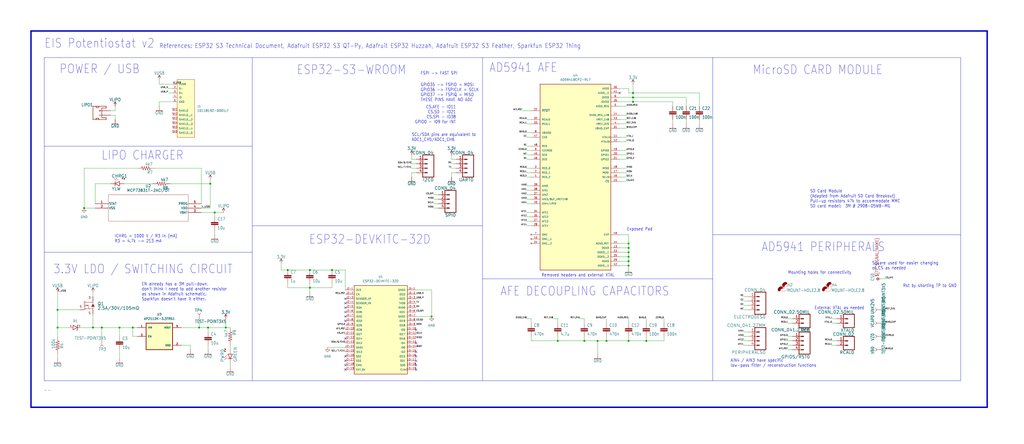
<source format=kicad_sch>
(kicad_sch (version 20250114) (generator "eeschema") (generator_version "9.0")
  (paper "User" 587.553 254.813)
  (text "MicroSD CARD MODULE" (at 431.8 43.18 0) (effects (font (size 5.08 4.318)) (justify left bottom)))
  (text "Rst by shorting TP to GND" (at 518.16 165.1 0) (effects (font (size 1.778 1.5113)) (justify left bottom)))
  (text "ESP32-S3-WROOM" (at 170.18 43.18 0) (effects (font (size 5.08 4.318)) (justify left bottom)))
  (text "EN already has a 3M pull-down,\ndon't think I need to add another resistor\nas shown in Adafruit schematic.\nSparkfun doesn't have it either." (at 81.28 172.72 0) (effects (font (size 1.778 1.5113)) (justify left bottom)))
  (text "AD5941 PERIPHERALS" (at 436.88 144.78 0) (effects (font (size 5.08 4.318)) (justify left bottom)))
  (text "ICHRG = 1000 V / R3 in (mA)\nR3 = 4.7k -> 213 mA" (at 65.786 139.446 0) (effects (font (size 1.778 1.5113)) (justify left bottom)))
  (text "AIN4 / AIN3 have specific\nlow-pass filter / reconstruction functions" (at 419.1 210.82 0) (effects (font (size 1.778 1.5113)) (justify left bottom)))
  (text "Mounting holes for connectivity" (at 452.12 157.48 0) (effects (font (size 1.778 1.5113)) (justify left bottom)))
  (text "CS.AFE - IO11\nCS.SD - IO21\nCS.SPI - IO38\nGPIO0 - I09 for INT" (at 261.62 71.12 0) (effects (font (size 1.778 1.5113)) (justify right bottom)))
  (text "AFE DECOUPLING CAPACITORS" (at 287.02 170.18 0) (effects (font (size 5.08 4.318)) (justify left bottom)))
  (text "POWER / USB" (at 34.036 42.672 0) (effects (font (size 5.08 4.318)) (justify left bottom)))
  (text "LIPO CHARGER" (at 58.166 92.202 0) (effects (font (size 5.08 4.318)) (justify left bottom)))
  (text "Exposed Pad" (at 359.664 132.588 0) (effects (font (size 1.778 1.5113)) (justify left bottom)))
  (text "SCL/SDA pins are equivalent to\nADC1_CH5/ADC1_CH6" (at 236.22 81.28 0) (effects (font (size 1.778 1.5113)) (justify left bottom)))
  (text "AD5941 AFE" (at 280.67 41.91 0) (effects (font (size 5.08 4.318)) (justify left bottom)))
  (text "\" \"" (at 25.4 226.06 0) (effects (font (size 1.778 1.5113)) (justify left bottom)))
  (text "Square used for easier changing\nof CS as needed" (at 500.38 154.94 0) (effects (font (size 1.778 1.5113)) (justify left bottom)))
  (text "3.3V LDO / SWITCHING CIRCUIT" (at 30.48 157.48 0) (effects (font (size 5.08 4.318)) (justify left bottom)))
  (text "References: ESP32 S3 Technical Document, Adafruit ESP32 S3 QT-Py, Adafruit ESP32 Huzzah, Adafruit ESP32 S3 Feather, Sparkfun ESP32 Thing" (at 91.44 27.94 0) (effects (font (size 2.54 2.159)) (justify left bottom)))
  (text "External XTAL as needed" (at 467.36 177.8 0) (effects (font (size 1.778 1.5113)) (justify left bottom)))
  (text "EIS Potentiostat v2" (at 25.4 27.94 0) (effects (font (size 5.08 4.318)) (justify left bottom)))
  (text "ESP32-DEVKITC-32D" (at 177.292 140.462 0) (effects (font (size 5.08 4.318)) (justify left bottom)))
  (text "SD Card Module\n(Adapted from Adafruit SD Card Breakout)\nPull-up resistors 47k to accommodate MMC\nSD card model:  3M # 2908-05WB-MG" (at 464.82 119.38 0) (effects (font (size 1.778 1.5113)) (justify left bottom)))
  (text "Removed headers and external XTAL" (at 310.642 159.004 0) (effects (font (size 1.778 1.5113)) (justify left bottom)))
  (text "GPIO35 -> FSPID = MOSI\nGPIO36 -> FSPICLK = SCLK\nGPIO37 -> FSPIQ = MISO\nTHESE PINS HAVE NO ADC" (at 241.3 58.42 0) (effects (font (size 1.778 1.5113)) (justify left bottom)))
  (text "FSPI -> FAST SPI" (at 241.3 43.18 0) (effects (font (size 1.778 1.5113)) (justify left bottom)))
  (junction (at 363.22 53.34))
  (junction (at 68.58 187.96))
  (junction (at 360.68 144.78))
  (junction (at 48.26 119.38))
  (junction (at 76.2 187.96))
  (junction (at 363.22 58.42))
  (junction (at 247.65 181.61))
  (junction (at 370.84 195.58))
  (junction (at 165.1 154.94))
  (junction (at 360.68 195.58))
  (junction (at 33.02 177.8))
  (junction (at 363.22 55.88))
  (junction (at 53.34 187.96))
  (junction (at 33.02 187.96))
  (junction (at 123.19 121.92))
  (junction (at 347.98 195.58))
  (junction (at 177.8 165.1))
  (junction (at 360.68 149.86))
  (junction (at 114.3 187.96))
  (junction (at 177.8 154.94))
  (junction (at 120.65 105.41))
  (junction (at 360.68 142.24))
  (junction (at 119.38 187.96))
  (junction (at 360.68 147.32))
  (junction (at 342.9 195.58))
  (junction (at 58.42 187.96))
  (junction (at 360.68 152.4))
  (junction (at 129.54 187.96))
  (junction (at 360.68 139.7))
  (junction (at 320.04 195.58))
  (junction (at 190.5 154.94))
  (junction (at 335.28 195.58))
  (no_connect (at 198.12 179.07))
  (no_connect (at 198.12 204.47))
  (no_connect (at 238.76 207.01))
  (no_connect (at 198.12 184.15))
  (no_connect (at 198.12 194.31))
  (no_connect (at 198.12 171.45))
  (no_connect (at 198.12 212.09))
  (no_connect (at 238.76 212.09))
  (no_connect (at 238.76 201.93))
  (no_connect (at 355.6 53.34))
  (no_connect (at 198.12 209.55))
  (no_connect (at 238.76 196.85))
  (no_connect (at 238.76 189.23))
  (no_connect (at 198.12 173.99))
  (no_connect (at 198.12 207.01))
  (no_connect (at 198.12 176.53))
  (no_connect (at 198.12 181.61))
  (no_connect (at 238.76 209.55))
  (no_connect (at 238.76 204.47))
  (wire (pts (xy 304.8 116.84) (xy 302.26 116.84)) (stroke (width 0.1524)))
  (wire (pts (xy 68.58 200.66) (xy 68.58 205.74)) (stroke (width 0.1524)))
  (wire (pts (xy 342.9 203.2) (xy 342.9 195.58)) (stroke (width 0.1524)))
  (polyline (pts (xy 17.78 17.78) (xy 566.42 17.78)) (stroke (width 0.8128) (type solid)))
  (polyline (pts (xy 408.94 33.02) (xy 408.94 134.62)) (stroke (width 0.1524) (type solid)))
  (wire (pts (xy 304.8 193.04) (xy 304.8 195.58)) (stroke (width 0.1524)))
  (wire (pts (xy 429.26 172.72) (xy 426.72 172.72)) (stroke (width 0.1524)))
  (wire (pts (xy 355.6 147.32) (xy 360.68 147.32)))
  (wire (pts (xy 429.26 170.18) (xy 426.72 170.18)) (stroke (width 0.1524)))
  (wire (pts (xy 320.04 195.58) (xy 320.04 193.04)) (stroke (width 0.1524)))
  (wire (pts (xy 259.08 91.44) (xy 259.08 88.9)) (stroke (width 0.1524)))
  (wire (pts (xy 161.29 151.13) (xy 161.29 154.94)))
  (wire (pts (xy 355.6 96.52) (xy 359.41 96.52)))
  (wire (pts (xy 58.42 187.96) (xy 58.42 195.58)) (stroke (width 0.1524)))
  (wire (pts (xy 304.8 76.2) (xy 302.26 76.2)) (stroke (width 0.1524)))
  (wire (pts (xy 45.72 187.96) (xy 53.34 187.96)) (stroke (width 0.1524)))
  (wire (pts (xy 480.06 195.58) (xy 477.52 195.58)) (stroke (width 0.1524)))
  (wire (pts (xy 63.5 63.5) (xy 66.04 63.5)) (stroke (width 0.1524)))
  (wire (pts (xy 251.46 114.3) (xy 248.92 114.3)) (stroke (width 0.1524)))
  (polyline (pts (xy 566.42 233.68) (xy 17.78 233.68)) (stroke (width 0.8128) (type solid)))
  (wire (pts (xy 54.61 105.41) (xy 63.5 105.41)))
  (wire (pts (xy 363.22 53.34) (xy 363.22 48.26)) (stroke (width 0.1524)))
  (wire (pts (xy 454.66 195.58) (xy 452.12 195.58)) (stroke (width 0.1524)))
  (polyline (pts (xy 408.94 218.44) (xy 276.86 218.44)) (stroke (width 0.1524) (type solid)))
  (wire (pts (xy 429.26 195.58) (xy 426.72 195.58)) (stroke (width 0.1524)))
  (wire (pts (xy 355.6 78.74) (xy 359.41 78.74)))
  (wire (pts (xy 355.6 134.62) (xy 360.68 134.62)) (stroke (width 0.1524)))
  (wire (pts (xy 132.08 198.12) (xy 132.08 200.66)) (stroke (width 0.1524)))
  (wire (pts (xy 251.46 116.84) (xy 248.92 116.84)) (stroke (width 0.1524)))
  (wire (pts (xy 393.7 68.58) (xy 393.7 71.12)) (stroke (width 0.1524)))
  (wire (pts (xy 304.8 96.52) (xy 302.26 96.52)) (stroke (width 0.1524)))
  (wire (pts (xy 454.66 200.66) (xy 452.12 200.66)) (stroke (width 0.1524)))
  (wire (pts (xy 355.6 104.14) (xy 359.41 104.14)))
  (wire (pts (xy 54.61 116.84) (xy 54.61 105.41)))
  (wire (pts (xy 119.38 198.12) (xy 119.38 200.66)) (stroke (width 0.1524)))
  (wire (pts (xy 304.8 63.5) (xy 299.72 63.5)) (stroke (width 0.1524)))
  (wire (pts (xy 53.34 187.96) (xy 58.42 187.96)) (stroke (width 0.1524)))
  (wire (pts (xy 238.76 93.98) (xy 236.22 93.98)) (stroke (width 0.1524)))
  (wire (pts (xy 401.32 68.58) (xy 401.32 71.12)) (stroke (width 0.1524)))
  (wire (pts (xy 370.84 185.42) (xy 370.84 182.88)) (stroke (width 0.1524)))
  (wire (pts (xy 33.02 177.8) (xy 33.02 187.96)) (stroke (width 0.1524)))
  (wire (pts (xy 238.76 166.37) (xy 247.65 166.37)))
  (wire (pts (xy 190.5 154.94) (xy 198.12 154.94)))
  (wire (pts (xy 381 195.58) (xy 381 193.04)) (stroke (width 0.1524)))
  (wire (pts (xy 304.8 68.58) (xy 302.26 68.58)) (stroke (width 0.1524)))
  (wire (pts (xy 99.06 48.26) (xy 91.44 48.26)) (stroke (width 0.1524)))
  (wire (pts (xy 120.65 119.38) (xy 115.57 119.38)))
  (polyline (pts (xy 276.86 33.02) (xy 276.86 129.54)) (stroke (width 0.1524) (type solid)))
  (wire (pts (xy 454.66 185.42) (xy 452.12 185.42)) (stroke (width 0.1524)))
  (wire (pts (xy 360.68 144.78) (xy 360.68 147.32)) (stroke (width 0.1524)))
  (wire (pts (xy 360.68 142.24) (xy 360.68 144.78)) (stroke (width 0.1524)))
  (wire (pts (xy 304.8 78.74) (xy 302.26 78.74)) (stroke (width 0.1524)))
  (polyline (pts (xy 276.86 129.54) (xy 276.86 160.02)) (stroke (width 0.1524) (type solid)))
  (wire (pts (xy 132.08 187.96) (xy 129.54 187.96)) (stroke (width 0.1524)))
  (wire (pts (xy 66.04 66.04) (xy 66.04 68.58)) (stroke (width 0.1524)))
  (polyline (pts (xy 144.78 129.54) (xy 144.78 144.78)) (stroke (width 0.1524) (type solid)))
  (polyline (pts (xy 551.18 134.62) (xy 551.18 218.44)) (stroke (width 0.1524) (type solid)))
  (polyline (pts (xy 144.78 33.02) (xy 276.86 33.02)) (stroke (width 0.1524) (type solid)))
  (wire (pts (xy 480.06 198.12) (xy 477.52 198.12)) (stroke (width 0.1524)))
  (wire (pts (xy 304.8 124.46) (xy 302.26 124.46)) (stroke (width 0.1524)))
  (wire (pts (xy 304.8 91.44) (xy 302.26 91.44)) (stroke (width 0.1524)))
  (wire (pts (xy 304.8 83.82) (xy 302.26 83.82)) (stroke (width 0.1524)))
  (wire (pts (xy 505.46 185.42) (xy 508 185.42)) (stroke (width 0.1524)))
  (wire (pts (xy 304.8 121.92) (xy 302.26 121.92)) (stroke (width 0.1524)))
  (wire (pts (xy 190.5 165.1) (xy 177.8 165.1)) (stroke (width 0.1524)))
  (wire (pts (xy 355.6 144.78) (xy 360.68 144.78)))
  (wire (pts (xy 360.68 152.4) (xy 360.68 153.67)) (stroke (width 0.1524)))
  (polyline (pts (xy 408.94 134.62) (xy 408.94 160.02)) (stroke (width 0.1524) (type solid)))
  (wire (pts (xy 115.57 96.52) (xy 115.57 116.84)))
  (wire (pts (xy 115.57 121.92) (xy 123.19 121.92)))
  (wire (pts (xy 355.6 81.28) (xy 359.41 81.28)))
  (wire (pts (xy 33.02 187.96) (xy 40.64 187.96)) (stroke (width 0.1524)))
  (wire (pts (xy 198.12 154.94) (xy 198.12 166.37)))
  (wire (pts (xy 454.66 193.04) (xy 452.12 193.04)) (stroke (width 0.1524)))
  (wire (pts (xy 177.8 162.56) (xy 177.8 165.1)) (stroke (width 0.1524)))
  (wire (pts (xy 480.06 182.88) (xy 477.52 182.88)) (stroke (width 0.1524)))
  (wire (pts (xy 360.68 147.32) (xy 360.68 149.86)) (stroke (width 0.1524)))
  (wire (pts (xy 123.19 121.92) (xy 128.27 121.92)) (stroke (width 0.1524)))
  (wire (pts (xy 119.38 187.96) (xy 119.38 190.5)) (stroke (width 0.1524)))
  (wire (pts (xy 129.54 187.96) (xy 129.54 182.88)) (stroke (width 0.1524)))
  (wire (pts (xy 505.46 177.8) (xy 508 177.8)) (stroke (width 0.1524)))
  (wire (pts (xy 53.34 167.64) (xy 53.34 170.18)) (stroke (width 0.1524)))
  (polyline (pts (xy 551.18 218.44) (xy 408.94 218.44)) (stroke (width 0.1524) (type solid)))
  (wire (pts (xy 335.28 195.58) (xy 335.28 193.04)) (stroke (width 0.1524)))
  (wire (pts (xy 304.8 99.06) (xy 302.26 99.06)) (stroke (width 0.1524)))
  (polyline (pts (xy 25.4 144.78) (xy 25.4 83.82)) (stroke (width 0.1524) (type solid)))
  (polyline (pts (xy 144.78 144.78) (xy 144.78 218.44)) (stroke (width 0.1524) (type solid)))
  (wire (pts (xy 355.6 139.7) (xy 360.68 139.7)) (stroke (width 0.1524)))
  (polyline (pts (xy 276.86 160.02) (xy 408.94 160.02)) (stroke (width 0.1524) (type solid)))
  (wire (pts (xy 114.3 187.96) (xy 119.38 187.96)) (stroke (width 0.1524)))
  (wire (pts (xy 320.04 185.42) (xy 320.04 182.88)) (stroke (width 0.1524)))
  (polyline (pts (xy 276.86 218.44) (xy 144.78 218.44)) (stroke (width 0.1524) (type solid)))
  (wire (pts (xy 109.22 198.12) (xy 109.22 200.66)) (stroke (width 0.1524)))
  (wire (pts (xy 304.8 101.6) (xy 302.26 101.6)) (stroke (width 0.1524)))
  (wire (pts (xy 68.58 193.04) (xy 68.58 187.96)) (stroke (width 0.1524)))
  (wire (pts (xy 401.32 53.34) (xy 401.32 60.96)) (stroke (width 0.1524)))
  (wire (pts (xy 165.1 154.94) (xy 177.8 154.94)))
  (wire (pts (xy 71.12 105.41) (xy 87.63 105.41)))
  (wire (pts (xy 355.6 58.42) (xy 363.22 58.42)))
  (wire (pts (xy 304.8 127) (xy 302.26 127)) (stroke (width 0.1524)))
  (wire (pts (xy 347.98 195.58) (xy 347.98 193.04)) (stroke (width 0.1524)))
  (wire (pts (xy 304.8 88.9) (xy 302.26 88.9)) (stroke (width 0.1524)))
  (polyline (pts (xy 144.78 83.82) (xy 144.78 129.54)) (stroke (width 0.1524) (type solid)))
  (wire (pts (xy 304.8 129.54) (xy 302.26 129.54)) (stroke (width 0.1524)))
  (polyline (pts (xy 276.86 33.02) (xy 408.94 33.02)) (stroke (width 0.1524) (type solid)))
  (wire (pts (xy 161.29 154.94) (xy 165.1 154.94)))
  (wire (pts (xy 251.46 119.38) (xy 248.92 119.38)) (stroke (width 0.1524)))
  (wire (pts (xy 261.62 93.98) (xy 259.08 93.98)) (stroke (width 0.1524)))
  (wire (pts (xy 454.66 198.12) (xy 452.12 198.12)) (stroke (width 0.1524)))
  (wire (pts (xy 78.74 96.52) (xy 48.26 96.52)))
  (wire (pts (xy 187.96 199.39) (xy 198.12 199.39)))
  (wire (pts (xy 370.84 195.58) (xy 360.68 195.58)) (stroke (width 0.1524)))
  (wire (pts (xy 355.6 99.06) (xy 359.41 99.06)))
  (wire (pts (xy 304.8 195.58) (xy 320.04 195.58)) (stroke (width 0.1524)))
  (wire (pts (xy 355.6 60.96) (xy 359.41 60.96)))
  (polyline (pts (xy 551.18 33.02) (xy 551.18 134.62)) (stroke (width 0.1524) (type solid)))
  (wire (pts (xy 68.58 187.96) (xy 76.2 187.96)) (stroke (width 0.1524)))
  (wire (pts (xy 304.8 109.22) (xy 302.26 109.22)) (stroke (width 0.1524)))
  (wire (pts (xy 386.08 60.96) (xy 386.08 58.42)) (stroke (width 0.1524)))
  (wire (pts (xy 53.34 180.34) (xy 53.34 187.96)) (stroke (width 0.1524)))
  (wire (pts (xy 363.22 58.42) (xy 363.22 55.88)) (stroke (width 0.1524)))
  (wire (pts (xy 104.14 198.12) (xy 109.22 198.12)) (stroke (width 0.1524)))
  (wire (pts (xy 33.02 203.2) (xy 33.02 205.74)) (stroke (width 0.1524)))
  (wire (pts (xy 66.04 63.5) (xy 66.04 60.96)) (stroke (width 0.1524)))
  (wire (pts (xy 360.68 193.04) (xy 360.68 195.58)) (stroke (width 0.1524)))
  (wire (pts (xy 58.42 187.96) (xy 68.58 187.96)) (stroke (width 0.1524)))
  (wire (pts (xy 355.6 68.58) (xy 359.41 68.58)))
  (wire (pts (xy 236.22 99.06) (xy 236.22 101.6)) (stroke (width 0.1524)))
  (wire (pts (xy 355.6 91.44) (xy 359.41 91.44)))
  (wire (pts (xy 363.22 55.88) (xy 393.7 55.88)) (stroke (width 0.1524)))
  (wire (pts (xy 355.6 55.88) (xy 363.22 55.88)))
  (wire (pts (xy 360.68 195.58) (xy 347.98 195.58)) (stroke (width 0.1524)))
  (wire (pts (xy 97.79 105.41) (xy 120.65 105.41)))
  (wire (pts (xy 238.76 181.61) (xy 247.65 181.61)))
  (polyline (pts (xy 25.4 83.82) (xy 25.4 33.02)) (stroke (width 0.1524) (type solid)))
  (wire (pts (xy 261.62 99.06) (xy 259.08 99.06)) (stroke (width 0.1524)))
  (wire (pts (xy 360.68 53.34) (xy 363.22 53.34)))
  (wire (pts (xy 304.8 185.42) (xy 304.8 182.88)) (stroke (width 0.1524)))
  (wire (pts (xy 304.8 106.68) (xy 302.26 106.68)) (stroke (width 0.1524)))
  (wire (pts (xy 99.06 53.34) (xy 96.52 53.34)) (stroke (width 0.1524)))
  (polyline (pts (xy 408.94 160.02) (xy 408.94 218.44)) (stroke (width 0.1524) (type solid)))
  (wire (pts (xy 355.6 50.8) (xy 360.68 50.8)))
  (polyline (pts (xy 276.86 218.44) (xy 276.86 160.02)) (stroke (width 0.1524) (type solid)))
  (wire (pts (xy 33.02 167.64) (xy 33.02 177.8)) (stroke (width 0.1524)))
  (polyline (pts (xy 25.4 218.44) (xy 25.4 144.78)) (stroke (width 0.1524) (type solid)))
  (wire (pts (xy 360.68 134.62) (xy 360.68 139.7)) (stroke (width 0.1524)))
  (wire (pts (xy 355.6 142.24) (xy 360.68 142.24)))
  (wire (pts (xy 177.8 165.1) (xy 165.1 165.1)) (stroke (width 0.1524)))
  (wire (pts (xy 360.68 185.42) (xy 360.68 182.88)) (stroke (width 0.1524)))
  (wire (pts (xy 342.9 195.58) (xy 347.98 195.58)) (stroke (width 0.1524)))
  (wire (pts (xy 335.28 182.88) (xy 332.74 182.88)) (stroke (width 0.1524)))
  (wire (pts (xy 360.68 139.7) (xy 360.68 142.24)) (stroke (width 0.1524)))
  (wire (pts (xy 261.62 91.44) (xy 259.08 91.44)) (stroke (width 0.1524)))
  (wire (pts (xy 335.28 185.42) (xy 335.28 182.88)) (stroke (width 0.1524)))
  (wire (pts (xy 261.62 96.52) (xy 259.08 96.52)) (stroke (width 0.1524)))
  (wire (pts (xy 99.06 58.42) (xy 91.44 58.42)) (stroke (width 0.1524)))
  (wire (pts (xy 91.44 48.26) (xy 91.44 45.72)) (stroke (width 0.1524)))
  (wire (pts (xy 238.76 96.52) (xy 236.22 96.52)) (stroke (width 0.1524)))
  (wire (pts (xy 76.2 193.04) (xy 76.2 187.96)) (stroke (width 0.1524)))
  (wire (pts (xy 429.26 177.8) (xy 426.72 177.8)) (stroke (width 0.1524)))
  (polyline (pts (xy 408.94 33.02) (xy 551.18 33.02)) (stroke (width 0.1524) (type solid)))
  (polyline (pts (xy 25.4 83.82) (xy 144.78 83.82)) (stroke (width 0.1524) (type solid)))
  (wire (pts (xy 363.22 53.34) (xy 401.32 53.34)) (stroke (width 0.1524)))
  (wire (pts (xy 429.26 193.04) (xy 426.72 193.04)) (stroke (width 0.1524)))
  (wire (pts (xy 355.6 86.36) (xy 359.41 86.36)))
  (wire (pts (xy 48.26 119.38) (xy 54.61 119.38)))
  (wire (pts (xy 355.6 101.6) (xy 359.41 101.6)))
  (wire (pts (xy 304.8 182.88) (xy 302.26 182.88)) (stroke (width 0.1524)))
  (wire (pts (xy 48.26 96.52) (xy 48.26 119.38)))
  (wire (pts (xy 505.46 160.02) (xy 508 160.02)) (stroke (width 0.1524)))
  (polyline (pts (xy 17.78 233.68) (xy 17.78 17.78)) (stroke (width 0.8128) (type solid)))
  (wire (pts (xy 177.8 154.94) (xy 190.5 154.94)))
  (wire (pts (xy 480.06 185.42) (xy 477.52 185.42)) (stroke (width 0.1524)))
  (wire (pts (xy 320.04 182.88) (xy 317.5 182.88)) (stroke (width 0.1524)))
  (wire (pts (xy 370.84 195.58) (xy 381 195.58)) (stroke (width 0.1524)))
  (wire (pts (xy 33.02 187.96) (xy 33.02 193.04)) (stroke (width 0.1524)))
  (wire (pts (xy 381 185.42) (xy 381 182.88)) (stroke (width 0.1524)))
  (wire (pts (xy 247.65 166.37) (xy 247.65 181.61)))
  (wire (pts (xy 429.26 198.12) (xy 426.72 198.12)) (stroke (width 0.1524)))
  (wire (pts (xy 429.26 190.5) (xy 426.72 190.5)) (stroke (width 0.1524)))
  (wire (pts (xy 119.38 187.96) (xy 129.54 187.96)) (stroke (width 0.1524)))
  (wire (pts (xy 355.6 66.04) (xy 359.41 66.04)))
  (wire (pts (xy 320.04 195.58) (xy 335.28 195.58)) (stroke (width 0.1524)))
  (wire (pts (xy 236.22 91.44) (xy 236.22 88.9)) (stroke (width 0.1524)))
  (wire (pts (xy 304.8 111.76) (xy 302.26 111.76)) (stroke (width 0.1524)))
  (polyline (pts (xy 144.78 33.02) (xy 144.78 83.82)) (stroke (width 0.1524) (type solid)))
  (wire (pts (xy 304.8 86.36) (xy 302.26 86.36)) (stroke (width 0.1524)))
  (wire (pts (xy 88.9 96.52) (xy 115.57 96.52)))
  (wire (pts (xy 190.5 162.56) (xy 190.5 165.1)) (stroke (width 0.1524)))
  (wire (pts (xy 393.7 55.88) (xy 393.7 60.96)) (stroke (width 0.1524)))
  (polyline (pts (xy 144.78 129.54) (xy 276.86 129.54)) (stroke (width 0.1524) (type solid)))
  (wire (pts (xy 114.3 187.96) (xy 114.3 182.88)) (stroke (width 0.1524)))
  (polyline (pts (xy 144.78 218.44) (xy 25.4 218.44)) (stroke (width 0.1524) (type solid)))
  (wire (pts (xy 363.22 55.88) (xy 363.22 53.34)) (stroke (width 0.1524)))
  (wire (pts (xy 132.08 208.28) (xy 132.08 210.82)) (stroke (width 0.1524)))
  (wire (pts (xy 355.6 71.12) (xy 359.41 71.12)))
  (wire (pts (xy 355.6 149.86) (xy 360.68 149.86)))
  (wire (pts (xy 123.19 132.08) (xy 123.19 134.62)) (stroke (width 0.1524)))
  (wire (pts (xy 104.14 187.96) (xy 114.3 187.96)) (stroke (width 0.1524)))
  (wire (pts (xy 33.02 177.8) (xy 45.72 177.8)) (stroke (width 0.1524)))
  (wire (pts (xy 120.65 105.41) (xy 120.65 119.38)))
  (wire (pts (xy 454.66 182.88) (xy 452.12 182.88)) (stroke (width 0.1524)))
  (wire (pts (xy 165.1 162.56) (xy 165.1 165.1)) (stroke (width 0.1524)))
  (wire (pts (xy 76.2 187.96) (xy 78.74 187.96)) (stroke (width 0.1524)))
  (wire (pts (xy 123.19 124.46) (xy 123.19 121.92)) (stroke (width 0.1524)))
  (wire (pts (xy 347.98 185.42) (xy 347.98 182.88)) (stroke (width 0.1524)))
  (wire (pts (xy 335.28 195.58) (xy 342.9 195.58)) (stroke (width 0.1524)))
  (wire (pts (xy 304.8 71.12) (xy 302.26 71.12)) (stroke (width 0.1524)))
  (wire (pts (xy 238.76 91.44) (xy 236.22 91.44)) (stroke (width 0.1524)))
  (wire (pts (xy 429.26 175.26) (xy 426.72 175.26)) (stroke (width 0.1524)))
  (wire (pts (xy 238.76 99.06) (xy 236.22 99.06)) (stroke (width 0.1524)))
  (wire (pts (xy 259.08 99.06) (xy 259.08 101.6)) (stroke (width 0.1524)))
  (wire (pts (xy 360.68 149.86) (xy 360.68 152.4)) (stroke (width 0.1524)))
  (wire (pts (xy 177.8 165.1) (xy 177.8 167.64)) (stroke (width 0.1524)))
  (wire (pts (xy 251.46 111.76) (xy 248.92 111.76)) (stroke (width 0.1524)))
  (wire (pts (xy 63.5 66.04) (xy 66.04 66.04)) (stroke (width 0.1524)))
  (polyline (pts (xy 144.78 144.78) (xy 25.4 144.78)) (stroke (width 0.1524) (type solid)))
  (wire (pts (xy 386.08 71.12) (xy 386.08 68.58)) (stroke (width 0.1524)))
  (wire (pts (xy 304.8 114.3) (xy 302.26 114.3)) (stroke (width 0.1524)))
  (polyline (pts (xy 551.18 134.62) (xy 408.94 134.62)) (stroke (width 0.1524) (type solid)))
  (wire (pts (xy 355.6 88.9) (xy 359.41 88.9)))
  (wire (pts (xy 505.46 200.66) (xy 508 200.66)) (stroke (width 0.1524)))
  (wire (pts (xy 355.6 152.4) (xy 360.68 152.4)))
  (wire (pts (xy 370.84 193.04) (xy 370.84 195.58)) (stroke (width 0.1524)))
  (wire (pts (xy 76.2 193.04) (xy 78.74 193.04)) (stroke (width 0.1524)))
  (wire (pts (xy 363.22 58.42) (xy 386.08 58.42)) (stroke (width 0.1524)))
  (wire (pts (xy 120.65 102.87) (xy 120.65 105.41)))
  (wire (pts (xy 360.68 50.8) (xy 360.68 53.34)))
  (polyline (pts (xy 566.42 17.78) (xy 566.42 233.68)) (stroke (width 0.8128) (type solid)))
  (wire (pts (xy 91.44 58.42) (xy 91.44 60.96)) (stroke (width 0.1524)))
  (polyline (pts (xy 25.4 33.02) (xy 144.78 33.02)) (stroke (width 0.1524) (type solid)))
  (wire (pts (xy 505.46 193.04) (xy 508 193.04)) (stroke (width 0.1524)))
  (wire (pts (xy 99.06 50.8) (xy 96.52 50.8)) (stroke (width 0.1524)))
  (wire (pts (xy 355.6 73.66) (xy 359.41 73.66)))
  (label "GPIO.2" (at 359.41 91.44 0) (effects (font (size 0.889 0.889))))
  (label "AIN4" (at 426.72 190.5 180) (effects (font (size 0.889 0.889))))
  (label "DVDD.1V8" (at 359.41 66.04 0) (effects (font (size 0.889 0.889))))
  (label "CS.AFE" (at 359.41 104.14 0) (effects (font (size 0.889 0.889))))
  (label "AFE.RST" (at 198.12 189.23 180) (effects (font (size 0.889 0.889))))
  (label "SCLK" (at 248.92 116.84 180) (effects (font (size 0.889 0.889))))
  (label "RC0.1" (at 452.12 185.42 180) (effects (font (size 0.889 0.889))))
  (label "SCLK" (at 359.41 101.6 0) (effects (font (size 0.889 0.889))))
  (label "AFE2" (at 302.26 124.46 180) (effects (font (size 0.889 0.889))))
  (label "REF.2V5" (at 508 177.8 0) (effects (font (size 0.889 0.889))))
  (label "CS.AFE" (at 198.12 191.77 180) (effects (font (size 0.889 0.889))))
  (label "AVDD.REG" (at 359.41 60.96 0) (effects (font (size 0.889 0.889))))
  (label "RC0.0" (at 302.26 96.52 180) (effects (font (size 0.889 0.889))))
  (label "DE" (at 302.26 91.44 180) (effects (font (size 0.889 0.889))))
  (label "V_USB" (at 33.02 167.64 0) (effects (font (size 1.016 1.016))))
  (label "GPIO.0" (at 359.41 86.36 0) (effects (font (size 0.889 0.889))))
  (label "GPIO.0" (at 198.12 186.69 180) (effects (font (size 0.889 0.889))))
  (label "XTAL.O" (at 359.41 81.28 0) (effects (font (size 0.889 0.889))))
  (label "AFE4" (at 302.26 129.54 180) (effects (font (size 0.889 0.889))))
  (label "REF.1V8" (at 317.5 182.88 180) (effects (font (size 0.889 0.889))))
  (label "RCAL0" (at 477.52 195.58 180) (effects (font (size 0.889 0.889))))
  (label "XTAL.O" (at 477.52 185.42 180) (effects (font (size 0.889 0.889))))
  (label "RE" (at 302.26 83.82 180) (effects (font (size 0.889 0.889))))
  (label "AFE1" (at 426.72 198.12 180) (effects (font (size 0.889 0.889))))
  (label "USB_N" (at 238.76 168.91 0) (effects (font (size 0.889 0.889))))
  (label "BOOT" (at 238.76 199.39 0) (effects (font (size 0.889 0.889))))
  (label "GPIO.2" (at 452.12 198.12 180) (effects (font (size 0.889 0.889))))
  (label "SCLK" (at 238.76 191.77 0) (effects (font (size 0.889 0.889))))
  (label "MCU.RST" (at 198.12 168.91 180) (effects (font (size 0.889 0.889))))
  (label "BIAS.CAP" (at 347.98 182.88 180) (effects (font (size 0.889 0.889))))
  (label "GPIO.1" (at 452.12 195.58 180) (effects (font (size 0.889 0.889))))
  (label "AFE2" (at 426.72 195.58 180) (effects (font (size 0.889 0.889))))
  (label "AIN3" (at 426.72 193.04 180) (effects (font (size 0.889 0.889))))
  (label "AIN2" (at 302.26 111.76 180) (effects (font (size 0.889 0.889))))
  (label "CE" (at 302.26 78.74 180) (effects (font (size 0.889 0.889))))
  (label "SCL/7/CH1" (at 236.22 96.52 180) (effects (font (size 0.889 0.889))))
  (label "AFE3" (at 302.26 127 180) (effects (font (size 0.889 0.889))))
  (label "CS.SPI" (at 238.76 179.07 0) (effects (font (size 0.889 0.889))))
  (label "XTAL.I" (at 477.52 182.88 180) (effects (font (size 0.889 0.889))))
  (label "REF.1V8" (at 359.41 68.58 0) (effects (font (size 0.889 0.889))))
  (label "TX" (at 259.08 96.52 180) (effects (font (size 0.889 0.889))))
  (label "CE" (at 426.72 172.72 180) (effects (font (size 0.889 0.889))))
  (label "AIN0" (at 302.26 106.68 180) (effects (font (size 0.889 0.889))))
  (label "RE" (at 426.72 170.18 180) (effects (font (size 0.889 0.889))))
  (label "SCL/7/CH1" (at 198.12 201.93 180) (effects (font (size 0.889 0.889))))
  (label "RC0.2" (at 302.26 101.6 180) (effects (font (size 0.889 0.889))))
  (label "REF.2V5" (at 332.74 182.88 180) (effects (font (size 0.889 0.889))))
  (label "ZERO.0" (at 508 193.04 0) (effects (font (size 0.889 0.889))))
  (label "MOSI" (at 248.92 119.38 180) (effects (font (size 0.889 0.889))))
  (label "V_USB" (at 99.06 48.26 0) (effects (font (size 1.016 1.016))))
  (label "BIAS.CAP" (at 359.41 73.66 0) (effects (font (size 0.889 0.889))))
  (label "AIN1" (at 302.26 109.22 180) (effects (font (size 0.889 0.889))))
  (label "AIN4" (at 302.26 116.84 180) (effects (font (size 0.889 0.889))))
  (label "TX" (at 238.76 173.99 0) (effects (font (size 0.889 0.889))))
  (label "RX" (at 259.08 93.98 180) (effects (font (size 0.889 0.889))))
  (label "BIAS.0" (at 302.26 76.2 180) (effects (font (size 0.889 0.889))))
  (label "AFE.RST" (at 452.12 200.66 180) (effects (font (size 0.889 0.889))))
  (label "MOSI" (at 359.41 99.06 0) (effects (font (size 0.889 0.889))))
  (label "AFE.RST" (at 299.72 63.5 180) (effects (font (size 0.889 0.889))))
  (label "WE" (at 426.72 177.8 180) (effects (font (size 0.889 0.889))))
  (label "RCAL0" (at 302.26 68.58 180) (effects (font (size 0.889 0.889))))
  (label "MISO" (at 238.76 194.31 0) (effects (font (size 0.889 0.889))))
  (label "RCAL1" (at 477.52 198.12 180) (effects (font (size 0.889 0.889))))
  (label "SDA/6/CH0" (at 198.12 196.85 180) (effects (font (size 0.889 0.889))))
  (label "DVDD.1V8" (at 302.26 182.88 180) (effects (font (size 0.889 0.889))))
  (label "CS.SD" (at 238.76 184.15 0) (effects (font (size 0.889 0.889))))
  (label "SDA/6/CH0" (at 236.22 93.98 180) (effects (font (size 0.889 0.889))))
  (label "AIN3" (at 302.26 114.3 180) (effects (font (size 0.889 0.889))))
  (label "REF.2V5" (at 359.41 71.12 0) (effects (font (size 0.889 0.889))))
  (label "BIAS.0" (at 370.84 182.88 180) (effects (font (size 0.889 0.889))))
  (label "XTAL.I" (at 359.41 78.74 0) (effects (font (size 0.889 0.889))))
  (label "BIAS.0" (at 508 200.66 0) (effects (font (size 0.889 0.889))))
  (label "AFE1" (at 302.26 121.92 180) (effects (font (size 0.889 0.889))))
  (label "GPIO.0" (at 452.12 193.04 180) (effects (font (size 0.889 0.889))))
  (label "DE" (at 426.72 175.26 180) (effects (font (size 0.889 0.889))))
  (label "BIAS.CAP" (at 508 185.42 0) (effects (font (size 0.889 0.889))))
  (label "ZERO.0" (at 302.26 86.36 180) (effects (font (size 0.889 0.889))))
  (label "CS.AFE" (at 508 160.02 0) (effects (font (size 0.889 0.889))))
  (label "USB_P" (at 96.52 53.34 180) (effects (font (size 0.889 0.889))))
  (label "USB_N" (at 96.52 50.8 180) (effects (font (size 0.889 0.889))))
  (label "CS.SPI" (at 248.92 111.76 180) (effects (font (size 0.889 0.889))))
  (label "MOSI" (at 238.76 186.69 0) (effects (font (size 0.889 0.889))))
  (label "ZERO.0" (at 381 182.88 180) (effects (font (size 0.889 0.889))))
  (label "MISO" (at 248.92 114.3 180) (effects (font (size 0.889 0.889))))
  (label "WE" (at 302.26 88.9 180) (effects (font (size 0.889 0.889))))
  (label "RX" (at 238.76 176.53 0) (effects (font (size 0.889 0.889))))
  (label "AVDD.REG" (at 360.68 182.88 180) (effects (font (size 0.889 0.889))))
  (label "RC0.0" (at 452.12 182.88 180) (effects (font (size 0.889 0.889))))
  (label "RC0.1" (at 302.26 99.06 180) (effects (font (size 0.889 0.889))))
  (label "V_USB" (at 115.57 119.38 0) (effects (font (size 1.016 1.016))))
  (label "GPIO.1" (at 359.41 88.9 0) (effects (font (size 0.889 0.889))))
  (label "MISO" (at 359.41 96.52 0) (effects (font (size 0.889 0.889))))
  (label "RCAL1" (at 302.26 71.12 180) (effects (font (size 0.889 0.889))))
  (label "USB_P" (at 238.76 171.45 0) (effects (font (size 0.889 0.889))))
  (symbol (lib_id "10118192-0001LF:10118192-0001LF") (at 106.68 55.88 0) (unit 1)
    (property "Reference" "J1" (at 113.03 60.9599 0) (effects (justify left)))
    (property "Value" "10118192-0001LF" (at 113.03 63.4999 0) (effects (justify left)))
    (property "Footprint" "10118192_0001LF:AMPHENOL_10118192-0001LF" (effects (hide yes)))
    (property "Part Number" "10118192-0001LF" (effects (hide yes)))
    (property "PARTREV" "B" (effects (hide yes)))
    (property "STANDARD" "Manufacturer Recommendation" (effects (hide yes)))
    (property "MANUFACTURER" "Amphenol" (effects (hide yes)))
  )
  (symbol (lib_id "HELPStat_V2-eagle-import:CAPACITOR0402") (at 177.8 160.02 0) (unit 1)
    (property "Reference" "C6" (at 179.324 157.099 0) (effects (font (size 1.778 1.5113)) (justify left bottom)))
    (property "Value" "10u" (at 179.324 162.179 0) (effects (font (size 1.778 1.5113)) (justify left bottom)))
    (property "Footprint" "Capacitor_SMD:C_0402_1005Metric" (effects (hide yes)))
    (property "Part Number" "0402W106M6R3HI" (effects (hide yes)))
  )
  (symbol (lib_id "HELPStat_V2-eagle-import:RESISTOR0402") (at 83.82 96.52 180) (unit 1)
    (property "Reference" "R7" (at 87.63 98.0186 0) (effects (font (size 1.778 1.5113)) (justify left bottom)))
    (property "Value" "4k7" (at 87.63 93.218 0) (effects (font (size 1.778 1.5113)) (justify left bottom)))
    (property "Footprint" "Resistor_SMD:R_0402_1005Metric" (effects (hide yes)))
    (property "Part Number" "RC0402JR-074K7L" (effects (hide yes)))
  )
  (symbol (lib_id "HELPStat_V2-eagle-import:3.3V") (at 236.22 88.9 0) (unit 1)
    (property "Reference" "#SUPPLY15" (effects (hide yes)))
    (property "Value" "3.3V" (at 236.22 86.106 0) (effects (font (size 1.778 1.5113)) (justify bottom)))
  )
  (symbol (lib_id "HELPStat_V2-eagle-import:TEST-POINT3X5") (at 114.3 182.88 0) (unit 1)
    (property "Reference" "TP4" (at 111.76 179.07 0) (effects (font (size 1.778 1.5113)) (justify left bottom)))
    (property "Value" "TEST-POINT3X5" (at 111.76 185.42 0) (effects (font (size 1.778 1.5113)) (justify left bottom)))
    (property "Footprint" "HELPStat_V2:PAD.03X.05" (effects (hide yes)))
  )
  (symbol (lib_id "HELPStat_V2-eagle-import:GND") (at 119.38 203.2 0) (unit 1)
    (property "Reference" "#GND11" (effects (hide yes)))
    (property "Value" "GND" (at 119.38 203.454 0) (effects (font (size 1.778 1.5113)) (justify top)))
  )
  (symbol (lib_id "HELPStat_V2-eagle-import:CAPACITOR0402") (at 304.8 190.5 0) (unit 1)
    (property "Reference" "C8" (at 306.324 187.579 0) (effects (font (size 1.778 1.5113)) (justify left bottom)))
    (property "Value" "470n" (at 306.324 192.659 0) (effects (font (size 1.778 1.5113)) (justify left bottom)))
    (property "Footprint" "Capacitor_SMD:C_0402_1005Metric" (effects (hide yes)))
    (property "Part Number" "C0402C474K9PACTU" (effects (hide yes)))
  )
  (symbol (lib_id "HELPStat_V2-eagle-import:CONN_02.50MIL") (at 487.68 182.88 180) (unit 1)
    (property "Reference" "XTAL0" (at 490.22 188.468 0) (effects (font (size 1.778 1.778)) (justify left bottom)))
    (property "Value" "CONN_02.50MIL" (at 490.22 178.054 0) (effects (font (size 1.778 1.778)) (justify left bottom)))
    (property "Footprint" "HELPStat_V2:1X02_1.27MM" (effects (hide yes)))
  )
  (symbol (lib_id "HELPStat_V2-eagle-import:CAPACITOR0402") (at 119.38 195.58 0) (unit 1)
    (property "Reference" "C4" (at 120.904 192.659 0) (effects (font (size 1.778 1.5113)) (justify left bottom)))
    (property "Value" "10u" (at 120.904 197.739 0) (effects (font (size 1.778 1.5113)) (justify left bottom)))
    (property "Footprint" "Capacitor_SMD:C_0402_1005Metric" (effects (hide yes)))
    (property "Part Number" "0402W106M6R3HI" (effects (hide yes)))
  )
  (symbol (lib_id "HELPStat_V2-eagle-import:CAPACITOR0402") (at 370.84 190.5 0) (unit 1)
    (property "Reference" "C19" (at 372.364 187.579 0) (effects (font (size 1.778 1.5113)) (justify left bottom)))
    (property "Value" "100n" (at 372.364 192.659 0) (effects (font (size 1.778 1.5113)) (justify left bottom)))
    (property "Footprint" "Capacitor_SMD:C_0402_1005Metric" (effects (hide yes)))
    (property "Part Number" "CL05B104KP5NNNC" (effects (hide yes)))
  )
  (symbol (lib_id "HELPStat_V2-eagle-import:MOUNT-HOLE2.8") (at 449.58 165.1 0) (unit 1)
    (property "Reference" "H2" (at 451.612 164.5158 0) (effects (font (size 1.778 1.5113)) (justify left bottom)))
    (property "Value" "MOUNT-HOLE2.8" (at 451.612 167.5638 0) (effects (font (size 1.778 1.5113)) (justify left bottom)))
    (property "Footprint" "HELPStat_V2:2,8" (effects (hide yes)))
  )
  (symbol (lib_id "HELPStat_V2-eagle-import:3.3V") (at 259.08 88.9 0) (unit 1)
    (property "Reference" "#SUPPLY17" (effects (hide yes)))
    (property "Value" "3.3V" (at 259.08 86.106 0) (effects (font (size 1.778 1.5113)) (justify bottom)))
  )
  (symbol (lib_id "HELPStat_V2-eagle-import:TEST-POINT3X5") (at 505.46 200.66 90) (unit 1)
    (property "Reference" "VB0" (at 501.65 203.2 0) (effects (font (size 1.778 1.5113)) (justify left bottom)))
    (property "Value" "TEST-POINT3X5" (at 508 203.2 0) (effects (font (size 1.778 1.5113)) (justify left bottom)))
    (property "Footprint" "HELPStat_V2:PAD.03X.05" (effects (hide yes)))
  )
  (symbol (lib_id "HELPStat_V2-eagle-import:RESISTOR0603") (at 33.02 198.12 270) (unit 1)
    (property "Reference" "R4" (at 34.5186 196.85 0) (effects (font (size 1.778 1.5113)) (justify left bottom)))
    (property "Value" "100k" (at 29.718 194.31 0) (effects (font (size 1.778 1.5113)) (justify left bottom)))
    (property "Footprint" "Resistor_SMD:R_0603_1608Metric" (effects (hide yes)))
    (property "Part Number" "RR0816P-104-D" (effects (hide yes)))
  )
  (symbol (lib_id "HELPStat_V2-eagle-import:LED0603") (at 68.58 105.41 270) (unit 1)
    (property "Reference" "CHRG1" (at 64.008 101.981 90) (effects (font (size 1.778 1.778)) (justify left bottom)))
    (property "Value" "YLW" (at 64.008 107.315 90) (effects (font (size 1.778 1.778)) (justify left top)))
    (property "Footprint" "HELPStat_V2:LED-0603" (effects (hide yes)))
  )
  (symbol (lib_id "HELPStat_V2-eagle-import:GND") (at 132.08 213.36 0) (unit 1)
    (property "Reference" "#GND12" (effects (hide yes)))
    (property "Value" "GND" (at 132.08 213.614 0) (effects (font (size 1.778 1.5113)) (justify top)))
  )
  (symbol (lib_id "HELPStat_V2-eagle-import:VUSB") (at 91.44 45.72 0) (unit 1)
    (property "Reference" "#SUPPLY1" (effects (hide yes)))
    (property "Value" "VUSB" (at 91.44 42.926 0) (effects (font (size 1.778 1.5113)) (justify bottom)))
  )
  (symbol (lib_id "HELPStat_V2-eagle-import:TEST-POINT3X5") (at 58.42 195.58 180) (unit 1)
    (property "Reference" "TP3" (at 60.96 199.39 0) (effects (font (size 1.778 1.5113)) (justify left bottom)))
    (property "Value" "TEST-POINT3X5" (at 60.96 193.04 0) (effects (font (size 1.778 1.5113)) (justify left bottom)))
    (property "Footprint" "HELPStat_V2:PAD.03X.05" (effects (hide yes)))
  )
  (symbol (lib_id "HELPStat_V2-eagle-import:VUSB") (at 120.65 102.87 0) (unit 1)
    (property "Reference" "#SUPPLY013" (effects (hide yes)))
    (property "Value" "VUSB" (at 120.65 100.076 0) (effects (font (size 1.778 1.5113)) (justify bottom)))
  )
  (symbol (lib_id "MCP73831T_2ACI_OT:MCP73831T-2ACI_OT") (at 54.61 116.84 0) (unit 1)
    (property "Reference" "U2" (at 85.09 106.68 0) (effects (font (size 1.524 1.524))))
    (property "Value" "MCP73831T-2ACI/OT" (at 85.09 109.22 0) (effects (font (size 1.524 1.524))))
    (property "Footprint" "MCP73831T_2ACI_OT:SOT-23-5_MC_MCH" (effects (hide yes)))
    (property "Datasheet" "MCP73831T-2ACI/OT" (effects (hide yes)))
    (property "Part Number" "MCP73831T-2ACI/OT" (effects (hide yes)))
  )
  (symbol (lib_id "ESP32-DEVKITC-32D:ESP32-DEVKITC-32D") (at 218.44 189.23 0) (unit 1)
    (property "Reference" "U1" (at 218.44 158.75 0))
    (property "Value" "ESP32-DEVKITC-32D" (at 218.44 161.29 0))
    (property "Footprint" "ESP32-DEVKITC-32D:MODULE_ESP32-DEVKITC-32D" (effects (hide yes)))
    (property "Part Number" "ESP32-DEVKITC-32D" (effects (hide yes)))
    (property "DigiKey_Part_Number" "1965-1000-ND" (effects (hide yes)))
    (property "SnapEDA_Link" "https://www.snapeda.com/parts/ESP32-DEVKITC-32D/Espressif+Systems/view-part/?ref=snap" (effects (hide yes)))
    (property "MAXIMUM_PACKAGE_HEIGHT" "N/A" (effects (hide yes)))
    (property "Package" "None" (effects (hide yes)))
    (property "Check_prices" "https://www.snapeda.com/parts/ESP32-DEVKITC-32D/Espressif+Systems/view-part/?ref=eda" (effects (hide yes)))
    (property "STANDARD" "Manufacturer Recommendations" (effects (hide yes)))
    (property "PARTREV" "V4" (effects (hide yes)))
    (property "MF" "Espressif Systems" (effects (hide yes)))
    (property "MP" "ESP32-DEVKITC-32D" (effects (hide yes)))
    (property "Description_1" "WiFi Development Tools (802.11) ESP32 General Development Kit, ESP32-WROOM-32D on the board" (effects (hide yes)))
    (property "MANUFACTURER" "Espressif Systems" (effects (hide yes)))
    (property "SNAPEDA_PN" "ESP32-DEVKITC-32D" (effects (hide yes)))
  )
  (symbol (lib_id "power:GND") (at 48.26 119.38 0) (unit 1)
    (property "Reference" "#PWR03" (effects (hide yes)))
    (property "Value" "GND" (at 48.26 124.46 0))
    (property "Description" "Power symbol creates a global label with name \"GND\" , ground" (effects (hide yes)))
  )
  (symbol (lib_id "HELPStat_V2-eagle-import:GND") (at 68.58 208.28 0) (unit 1)
    (property "Reference" "#GND9" (effects (hide yes)))
    (property "Value" "GND" (at 68.58 208.534 0) (effects (font (size 1.778 1.5113)) (justify top)))
  )
  (symbol (lib_id "HELPStat_V2-eagle-import:GND") (at 259.08 104.14 0) (unit 1)
    (property "Reference" "#GND25" (effects (hide yes)))
    (property "Value" "GND" (at 259.08 104.394 0) (effects (font (size 1.778 1.5113)) (justify top)))
  )
  (symbol (lib_id "HELPStat_V2-eagle-import:CAPACITOR0402") (at 165.1 160.02 0) (unit 1)
    (property "Reference" "C7" (at 166.624 157.099 0) (effects (font (size 1.778 1.5113)) (justify left bottom)))
    (property "Value" "1u" (at 166.624 162.179 0) (effects (font (size 1.778 1.5113)) (justify left bottom)))
    (property "Footprint" "Capacitor_SMD:C_0402_1005Metric" (effects (hide yes)))
    (property "Part Number" "JMK105BJ105KV-F" (effects (hide yes)))
  )
  (symbol (lib_id "HELPStat_V2-eagle-import:CONN_04") (at 256.54 114.3 180) (unit 1)
    (property "Reference" "SPI0" (at 261.62 122.428 0) (effects (font (size 1.778 1.778)) (justify left bottom)))
    (property "Value" "CONN_04" (at 261.62 106.934 0) (effects (font (size 1.778 1.778)) (justify left bottom)))
    (property "Footprint" "HELPStat_V2:1X04" (effects (hide yes)))
  )
  (symbol (lib_id "HELPStat_V2-eagle-import:CONN_04") (at 243.84 93.98 180) (unit 1)
    (property "Reference" "I2C0" (at 248.92 102.108 0) (effects (font (size 1.778 1.778)) (justify left bottom)))
    (property "Value" "CONN_04" (at 248.92 86.614 0) (effects (font (size 1.778 1.778)) (justify left bottom)))
    (property "Footprint" "HELPStat_V2:1X04" (effects (hide yes)))
  )
  (symbol (lib_id "AD5941BCPZ_RL7:AD5941BCPZ-RL7") (at 330.2 96.52 0) (unit 1)
    (property "Reference" "U4" (at 330.2 43.18 0))
    (property "Value" "AD5941BCPZ-RL7" (at 330.2 45.72 0))
    (property "Footprint" "AD5941BCPZ_RL7:QFN50P700X700X80-49N" (effects (hide yes)))
    (property "Part Number" "AD5941BCPZ-RL7" (effects (hide yes)))
    (property "PARTREV" "B" (effects (hide yes)))
    (property "STANDARD" "IPC-7351B" (effects (hide yes)))
    (property "MAXIMUM_PACKAGE_HEIGHT" "0.80mm" (effects (hide yes)))
    (property "MANUFACTURER" "Analog Devices" (effects (hide yes)))
  )
  (symbol (lib_id "HELPStat_V2-eagle-import:CAPACITOR0402") (at 360.68 190.5 0) (unit 1)
    (property "Reference" "C12" (at 362.204 187.579 0) (effects (font (size 1.778 1.5113)) (justify left bottom)))
    (property "Value" "470n" (at 362.204 192.659 0) (effects (font (size 1.778 1.5113)) (justify left bottom)))
    (property "Footprint" "Capacitor_SMD:C_0402_1005Metric" (effects (hide yes)))
    (property "Part Number" "C0402C474K9PACTU" (effects (hide yes)))
  )
  (symbol (lib_id "HELPStat_V2-eagle-import:GND") (at 236.22 104.14 0) (unit 1)
    (property "Reference" "#GND23" (effects (hide yes)))
    (property "Value" "GND" (at 236.22 104.394 0) (effects (font (size 1.778 1.5113)) (justify top)))
  )
  (symbol (lib_id "HELPStat_V2-eagle-import:GND") (at 91.44 63.5 0) (unit 1)
    (property "Reference" "#GND1" (effects (hide yes)))
    (property "Value" "GND" (at 91.44 63.754 0) (effects (font (size 1.778 1.5113)) (justify top)))
  )
  (symbol (lib_id "HELPStat_V2-eagle-import:CONN_04") (at 434.34 172.72 180) (unit 1)
    (property "Reference" "ELECTRODES0" (at 439.42 180.848 0) (effects (font (size 1.778 1.778)) (justify left bottom)))
    (property "Value" "CONN_04" (at 439.42 165.354 0) (effects (font (size 1.778 1.778)) (justify left bottom)))
    (property "Footprint" "HELPStat_V2:1X04" (effects (hide yes)))
  )
  (symbol (lib_id "HELPStat_V2-eagle-import:CONN_041.27MM") (at 459.74 195.58 180) (unit 1)
    (property "Reference" "GPIOS/RST0" (at 464.82 203.708 0) (effects (font (size 1.778 1.778)) (justify left bottom)))
    (property "Value" "CONN_041.27MM" (at 464.82 188.214 0) (effects (font (size 1.778 1.778)) (justify left bottom)))
    (property "Footprint" "HELPStat_V2:1X04_1.27MM" (effects (hide yes)))
  )
  (symbol (lib_id "HELPStat_V2-eagle-import:GND") (at 401.32 73.66 0) (unit 1)
    (property "Reference" "#GND21" (effects (hide yes)))
    (property "Value" "GND" (at 401.32 73.914 0) (effects (font (size 1.778 1.5113)) (justify top)))
  )
  (symbol (lib_id "HELPStat_V2-eagle-import:CAPACITOR0402") (at 123.19 129.54 0) (unit 1)
    (property "Reference" "C17" (at 124.714 126.619 0) (effects (font (size 1.778 1.5113)) (justify left bottom)))
    (property "Value" "10u" (at 124.714 131.699 0) (effects (font (size 1.778 1.5113)) (justify left bottom)))
    (property "Footprint" "Capacitor_SMD:C_0402_1005Metric" (effects (hide yes)))
    (property "Part Number" "0402W106M6R3HI" (effects (hide yes)))
  )
  (symbol (lib_id "HELPStat_V2-eagle-import:CONN_02") (at 487.68 195.58 180) (unit 1)
    (property "Reference" "RCAL0" (at 490.22 201.168 0) (effects (font (size 1.778 1.778)) (justify left bottom)))
    (property "Value" "CONN_02" (at 490.22 190.754 0) (effects (font (size 1.778 1.778)) (justify left bottom)))
    (property "Footprint" "HELPStat_V2:1X02" (effects (hide yes)))
  )
  (symbol (lib_id "HELPStat_V2-eagle-import:3.3V") (at 129.54 182.88 0) (unit 1)
    (property "Reference" "#SUPPLY8" (effects (hide yes)))
    (property "Value" "3.3V" (at 129.54 180.086 0) (effects (font (size 1.778 1.5113)) (justify bottom)))
  )
  (symbol (lib_id "HELPStat_V2-eagle-import:TPTP20SQ") (at 502.92 160.02 90) (unit 1)
    (property "Reference" "CS0" (at 501.65 161.29 0) (effects (font (size 1.778 1.5113)) (justify left bottom)))
    (property "Value" "TPTP20SQ" (effects (hide yes)))
    (property "Footprint" "HELPStat_V2:TP20SQ" (effects (hide yes)))
  )
  (symbol (lib_id "HELPStat_V2-eagle-import:GND") (at 360.68 156.21 0) (unit 1)
    (property "Reference" "#GND17" (effects (hide yes)))
    (property "Value" "GND" (at 360.68 156.464 0) (effects (font (size 1.778 1.5113)) (justify top)))
  )
  (symbol (lib_id "HELPStat_V2-eagle-import:GND") (at 109.22 203.2 0) (unit 1)
    (property "Reference" "#GND10" (effects (hide yes)))
    (property "Value" "GND" (at 109.22 203.454 0) (effects (font (size 1.778 1.5113)) (justify top)))
  )
  (symbol (lib_id "AP2112K-3.3TRG1:AP2112K-3.3TRG1") (at 91.44 193.04 0) (unit 1)
    (property "Reference" "U3" (at 91.44 180.34 0))
    (property "Value" "AP2112K-3.3TRG1" (at 91.44 182.88 0))
    (property "Footprint" "AP2112K_3_3TRG1:SOT95P285X140-5N" (effects (hide yes)))
    (property "Part Number" "AP2112K-3.3TRG1" (effects (hide yes)))
    (property "PARTREV" "2-2" (effects (hide yes)))
    (property "MANUFACTURER" "Diodes Inc." (effects (hide yes)))
  )
  (symbol (lib_id "HELPStat_V2-eagle-import:VLIPO") (at 66.04 60.96 0) (unit 1)
    (property "Reference" "#SUPPLY2" (effects (hide yes)))
    (property "Value" "VLIPO" (at 66.04 58.166 0) (effects (font (size 1.778 1.5113)) (justify bottom)))
  )
  (symbol (lib_id "HELPStat_V2-eagle-import:PFET-DMG2307L") (at 50.8 175.26 0) (unit 1)
    (property "Reference" "Q1" (at 55.88 175.26 0) (effects (font (size 1.778 1.778)) (justify left bottom)))
    (property "Value" "2.5A/30V/105mΩ" (at 55.88 177.8 0) (effects (font (size 1.778 1.778)) (justify left bottom)))
    (property "Footprint" "HELPStat_V2:SOT23-3" (effects (hide yes)))
  )
  (symbol (lib_id "HELPStat_V2-eagle-import:GND") (at 33.02 208.28 0) (unit 1)
    (property "Reference" "#GND8" (effects (hide yes)))
    (property "Value" "GND" (at 33.02 208.534 0) (effects (font (size 1.778 1.5113)) (justify top)))
  )
  (symbol (lib_id "HELPStat_V2-eagle-import:TEST-POINT3X5") (at 505.46 177.8 90) (unit 1)
    (property "Reference" "UNK2V5" (at 501.65 180.34 0) (effects (font (size 1.778 1.5113)) (justify left bottom)))
    (property "Value" "TEST-POINT3X5" (at 508 180.34 0) (effects (font (size 1.778 1.5113)) (justify left bottom)))
    (property "Footprint" "HELPStat_V2:PAD.03X.05" (effects (hide yes)))
  )
  (symbol (lib_id "HELPStat_V2-eagle-import:VUSB") (at 33.02 167.64 0) (unit 1)
    (property "Reference" "#SUPPLY7" (effects (hide yes)))
    (property "Value" "VUSB" (at 33.02 164.846 0) (effects (font (size 1.778 1.5113)) (justify bottom)))
  )
  (symbol (lib_id "HELPStat_V2-eagle-import:CAPACITOR0402") (at 68.58 198.12 0) (unit 1)
    (property "Reference" "C3" (at 70.104 195.199 0) (effects (font (size 1.778 1.5113)) (justify left bottom)))
    (property "Value" "10u" (at 70.104 200.279 0) (effects (font (size 1.778 1.5113)) (justify left bottom)))
    (property "Footprint" "Capacitor_SMD:C_0402_1005Metric" (effects (hide yes)))
    (property "Part Number" "0402W106M6R3HI" (effects (hide yes)))
  )
  (symbol (lib_id "HELPStat_V2-eagle-import:CAPACITOR0402") (at 386.08 66.04 0) (unit 1)
    (property "Reference" "C20" (at 387.604 63.119 0) (effects (font (size 1.778 1.5113)) (justify left bottom)))
    (property "Value" "100n" (at 387.604 68.199 0) (effects (font (size 1.778 1.5113)) (justify left bottom)))
    (property "Footprint" "Capacitor_SMD:C_0402_1005Metric" (effects (hide yes)))
    (property "Part Number" "CL05B104KP5NNNC" (effects (hide yes)))
  )
  (symbol (lib_id "HELPStat_V2-eagle-import:CONN_041.27MM") (at 434.34 193.04 180) (unit 1)
    (property "Reference" "PERIPHERALS0" (at 439.42 201.168 0) (effects (font (size 1.778 1.778)) (justify left bottom)))
    (property "Value" "CONN_041.27MM" (at 439.42 185.674 0) (effects (font (size 1.778 1.778)) (justify left bottom)))
    (property "Footprint" "HELPStat_V2:1X04_1.27MM" (effects (hide yes)))
  )
  (symbol (lib_id "HELPStat_V2-eagle-import:CONN_04") (at 266.7 93.98 180) (unit 1)
    (property "Reference" "UART0" (at 271.78 102.108 0) (effects (font (size 1.778 1.778)) (justify left bottom)))
    (property "Value" "CONN_04" (at 271.78 86.614 0) (effects (font (size 1.778 1.778)) (justify left bottom)))
    (property "Footprint" "HELPStat_V2:1X04" (effects (hide yes)))
  )
  (symbol (lib_id "HELPStat_V2-eagle-import:LED0603") (at 132.08 203.2 0) (unit 1)
    (property "Reference" "PWR0" (at 128.651 207.772 90) (effects (font (size 1.778 1.778)) (justify left bottom)))
    (property "Value" "GREEN" (at 133.985 207.772 90) (effects (font (size 1.778 1.778)) (justify left top)))
    (property "Footprint" "HELPStat_V2:LED-0603" (effects (hide yes)))
  )
  (symbol (lib_id "power:GND") (at 247.65 181.61 0) (unit 1)
    (property "Reference" "#PWR01" (effects (hide yes)))
    (property "Value" "GND" (at 247.65 186.69 0))
    (property "Description" "Power symbol creates a global label with name \"GND\" , ground" (effects (hide yes)))
  )
  (symbol (lib_id "HELPStat_V2-eagle-import:CAPACITOR0402") (at 393.7 66.04 0) (unit 1)
    (property "Reference" "C21" (at 395.224 63.119 0) (effects (font (size 1.778 1.5113)) (justify left bottom)))
    (property "Value" "100n" (at 395.224 68.199 0) (effects (font (size 1.778 1.5113)) (justify left bottom)))
    (property "Footprint" "Capacitor_SMD:C_0402_1005Metric" (effects (hide yes)))
    (property "Part Number" "CL05B104KP5NNNC" (effects (hide yes)))
  )
  (symbol (lib_id "HELPStat_V2-eagle-import:MOUNT-HOLE2.8") (at 474.98 165.1 0) (unit 1)
    (property "Reference" "H4" (at 477.012 164.5158 0) (effects (font (size 1.778 1.5113)) (justify left bottom)))
    (property "Value" "MOUNT-HOLE2.8" (at 477.012 167.5638 0) (effects (font (size 1.778 1.5113)) (justify left bottom)))
    (property "Footprint" "HELPStat_V2:2,8" (effects (hide yes)))
  )
  (symbol (lib_id "HELPStat_V2-eagle-import:RESISTOR0402") (at 92.71 105.41 180) (unit 1)
    (property "Reference" "R8" (at 96.52 106.9086 0) (effects (font (size 1.778 1.5113)) (justify left bottom)))
    (property "Value" "4k7" (at 96.52 102.108 0) (effects (font (size 1.778 1.5113)) (justify left bottom)))
    (property "Footprint" "Resistor_SMD:R_0402_1005Metric" (effects (hide yes)))
    (property "Part Number" "RC0402JR-074K7L" (effects (hide yes)))
  )
  (symbol (lib_id "HELPStat_V2-eagle-import:TEST-POINT3X5") (at 505.46 193.04 90) (unit 1)
    (property "Reference" "VZ0" (at 501.65 195.58 0) (effects (font (size 1.778 1.5113)) (justify left bottom)))
    (property "Value" "TEST-POINT3X5" (at 508 195.58 0) (effects (font (size 1.778 1.5113)) (justify left bottom)))
    (property "Footprint" "HELPStat_V2:PAD.03X.05" (effects (hide yes)))
  )
  (symbol (lib_id "HELPStat_V2-eagle-import:CONN_02.50MIL") (at 462.28 182.88 180) (unit 1)
    (property "Reference" "RC0" (at 464.82 188.468 0) (effects (font (size 1.778 1.778)) (justify left bottom)))
    (property "Value" "CONN_02.50MIL" (at 464.82 178.054 0) (effects (font (size 1.778 1.778)) (justify left bottom)))
    (property "Footprint" "HELPStat_V2:1X02_1.27MM" (effects (hide yes)))
  )
  (symbol (lib_id "HELPStat_V2-eagle-import:TEST-POINT3X5") (at 505.46 185.42 90) (unit 1)
    (property "Reference" "VCAP0" (at 501.65 187.96 0) (effects (font (size 1.778 1.5113)) (justify left bottom)))
    (property "Value" "TEST-POINT3X5" (at 508 187.96 0) (effects (font (size 1.778 1.5113)) (justify left bottom)))
    (property "Footprint" "HELPStat_V2:PAD.03X.05" (effects (hide yes)))
  )
  (symbol (lib_id "BAT20JFILM:BAT20JFILM") (at 43.18 187.96 0) (unit 1)
    (property "Reference" "D1" (at 43.18 184.15 0))
    (property "Value" "BAT20JFILM" (effects (hide yes)))
    (property "Footprint" "BAT20JFILM:SOD-323" (effects (hide yes)))
    (property "Part Number" "BAT20JFILM" (effects (hide yes)))
    (property "PROD_ID" "DIO-11623" (effects (hide yes)))
  )
  (symbol (lib_id "HELPStat_V2-eagle-import:CAPACITOR0402") (at 347.98 190.5 0) (unit 1)
    (property "Reference" "C10" (at 349.504 187.579 0) (effects (font (size 1.778 1.5113)) (justify left bottom)))
    (property "Value" "470n" (at 349.504 192.659 0) (effects (font (size 1.778 1.5113)) (justify left bottom)))
    (property "Footprint" "Capacitor_SMD:C_0402_1005Metric" (effects (hide yes)))
    (property "Part Number" "C0402C474K9PACTU" (effects (hide yes)))
  )
  (symbol (lib_id "HELPStat_V2-eagle-import:CAPACITOR0402") (at 401.32 66.04 0) (unit 1)
    (property "Reference" "C22" (at 402.844 63.119 0) (effects (font (size 1.778 1.5113)) (justify left bottom)))
    (property "Value" "100n" (at 402.844 68.199 0) (effects (font (size 1.778 1.5113)) (justify left bottom)))
    (property "Footprint" "Capacitor_SMD:C_0402_1005Metric" (effects (hide yes)))
    (property "Part Number" "CL05B104KP5NNNC" (effects (hide yes)))
  )
  (symbol (lib_id "HELPStat_V2-eagle-import:3.3V") (at 363.22 48.26 0) (unit 1)
    (property "Reference" "#SUPPLY11" (effects (hide yes)))
    (property "Value" "3.3V" (at 363.22 45.466 0) (effects (font (size 1.778 1.5113)) (justify bottom)))
  )
  (symbol (lib_id "HELPStat_V2-eagle-import:3.3V") (at 161.29 151.13 0) (unit 1)
    (property "Reference" "#SUPPLY010" (effects (hide yes)))
    (property "Value" "3.3V" (at 161.29 148.336 0) (effects (font (size 1.778 1.5113)) (justify bottom)))
  )
  (symbol (lib_id "HELPStat_V2-eagle-import:GND") (at 177.8 170.18 0) (unit 1)
    (property "Reference" "#GND015" (effects (hide yes)))
    (property "Value" "GND" (at 177.8 170.434 0) (effects (font (size 1.778 1.5113)) (justify top)))
  )
  (symbol (lib_id "HELPStat_V2-eagle-import:GND") (at 393.7 73.66 0) (unit 1)
    (property "Reference" "#GND20" (effects (hide yes)))
    (property "Value" "GND" (at 393.7 73.914 0) (effects (font (size 1.778 1.5113)) (justify top)))
  )
  (symbol (lib_id "HELPStat_V2-eagle-import:RESISTOR0402") (at 132.08 193.04 270) (unit 1)
    (property "Reference" "R9" (at 133.5786 189.23 0) (effects (font (size 1.778 1.5113)) (justify left bottom)))
    (property "Value" "4k7" (at 128.778 189.23 0) (effects (font (size 1.778 1.5113)) (justify left bottom)))
    (property "Footprint" "Resistor_SMD:R_0402_1005Metric" (effects (hide yes)))
    (property "Part Number" "RC0402JR-074K7L" (effects (hide yes)))
  )
  (symbol (lib_id "HELPStat_V2-eagle-import:GND") (at 66.04 71.12 0) (unit 1)
    (property "Reference" "#GND2" (effects (hide yes)))
    (property "Value" "GND" (at 66.04 71.374 0) (effects (font (size 1.778 1.5113)) (justify top)))
  )
  (symbol (lib_id "HELPStat_V2-eagle-import:GND") (at 386.08 73.66 0) (unit 1)
    (property "Reference" "#GND19" (effects (hide yes)))
    (property "Value" "GND" (at 386.08 73.914 0) (effects (font (size 1.778 1.5113)) (justify top)))
  )
  (symbol (lib_id "HELPStat_V2-eagle-import:GND") (at 342.9 205.74 0) (unit 1)
    (property "Reference" "#GND18" (effects (hide yes)))
    (property "Value" "GND" (at 342.9 205.994 0) (effects (font (size 1.778 1.5113)) (justify top)))
  )
  (symbol (lib_id "HELPStat_V2-eagle-import:CAPACITOR0402") (at 190.5 160.02 0) (unit 1)
    (property "Reference" "C5" (at 192.024 157.099 0) (effects (font (size 1.778 1.5113)) (justify left bottom)))
    (property "Value" "10u" (at 192.024 162.179 0) (effects (font (size 1.778 1.5113)) (justify left bottom)))
    (property "Footprint" "Capacitor_SMD:C_0402_1005Metric" (effects (hide yes)))
    (property "Part Number" "0402W106M6R3HI" (effects (hide yes)))
  )
  (symbol (lib_id "HELPStat_V2-eagle-import:CAPACITOR0402") (at 320.04 190.5 0) (unit 1)
    (property "Reference" "C11" (at 321.564 187.579 0) (effects (font (size 1.778 1.5113)) (justify left bottom)))
    (property "Value" "4.7u" (at 321.564 192.659 0) (effects (font (size 1.778 1.5113)) (justify left bottom)))
    (property "Footprint" "Capacitor_SMD:C_0402_1005Metric" (effects (hide yes)))
    (property "Part Number" "CL05A475KQ5NRNC" (effects (hide yes)))
  )
  (symbol (lib_id "power:GND") (at 187.96 199.39 0) (unit 1)
    (property "Reference" "#PWR02" (effects (hide yes)))
    (property "Value" "GND" (at 187.96 204.47 0))
    (property "Description" "Power symbol creates a global label with name \"GND\" , ground" (effects (hide yes)))
  )
  (symbol (lib_id "HELPStat_V2-eagle-import:VLIPO") (at 128.27 121.92 0) (unit 1)
    (property "Reference" "#SUPPLY014" (effects (hide yes)))
    (property "Value" "VLIPO" (at 128.27 119.126 0) (effects (font (size 1.778 1.5113)) (justify bottom)))
  )
  (symbol (lib_id "HELPStat_V2-eagle-import:JST_2MM_MALE") (at 58.42 66.04 90) (unit 1)
    (property "Reference" "LIPO1" (at 53.34 59.182 90) (effects (font (size 1.778 1.5113)) (justify left bottom)))
    (property "Value" "JST_2MM_MALE" (effects (hide yes)))
    (property "Footprint" "HELPStat_V2:JST-2-SMD" (effects (hide yes)))
  )
  (symbol (lib_id "HELPStat_V2-eagle-import:GND") (at 123.19 137.16 0) (unit 1)
    (property "Reference" "#GND016" (effects (hide yes)))
    (property "Value" "GND" (at 123.19 137.414 0) (effects (font (size 1.778 1.5113)) (justify top)))
  )
  (symbol (lib_id "HELPStat_V2-eagle-import:CAPACITOR0402") (at 335.28 190.5 0) (unit 1)
    (property "Reference" "C9" (at 336.804 187.579 0) (effects (font (size 1.778 1.5113)) (justify left bottom)))
    (property "Value" "470n" (at 336.804 192.659 0) (effects (font (size 1.778 1.5113)) (justify left bottom)))
    (property "Footprint" "Capacitor_SMD:C_0402_1005Metric" (effects (hide yes)))
    (property "Part Number" "C0402C474K9PACTU" (effects (hide yes)))
  )
  (symbol (lib_id "HELPStat_V2-eagle-import:VLIPO") (at 53.34 167.64 0) (unit 1)
    (property "Reference" "#SUPPLY6" (effects (hide yes)))
    (property "Value" "VLIPO" (at 53.34 164.846 0) (effects (font (size 1.778 1.5113)) (justify bottom)))
  )
  (symbol (lib_id "HELPStat_V2-eagle-import:CAPACITOR0402") (at 381 190.5 0) (unit 1)
    (property "Reference" "C18" (at 382.524 187.579 0) (effects (font (size 1.778 1.5113)) (justify left bottom)))
    (property "Value" "100n" (at 382.524 192.659 0) (effects (font (size 1.778 1.5113)) (justify left bottom)))
    (property "Footprint" "Capacitor_SMD:C_0402_1005Metric" (effects (hide yes)))
    (property "Part Number" "CL05B104KP5NNNC" (effects (hide yes)))
  )
)
</source>
